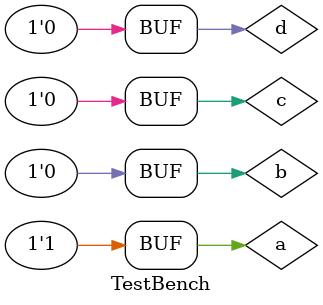
<source format=v>
`timescale 1ns/1ps
module TestBench();
	reg a,b,c,d;
	wire z;
	
	combotime C(a,b,c,d,z);
	initial begin
	a=0; b=0; c=0; d=0; #20;
	a=1; b=0; c=0; d=0; #20;	
	a=0; b=0; c=0; d=0; #20;	

	a=1; b=1; c=0; d=0; #20;	
	a=1; b=1; c=1; d=0; #20;	
	a=1; b=1; c=0; d=0; #20;
	
	a=1; b=0; c=0; d=0; #20;	
	a=1; b=0; c=0; d=1; #20;	
	a=1; b=0; c=0; d=0; #20;
	end
endmodule
	
</source>
